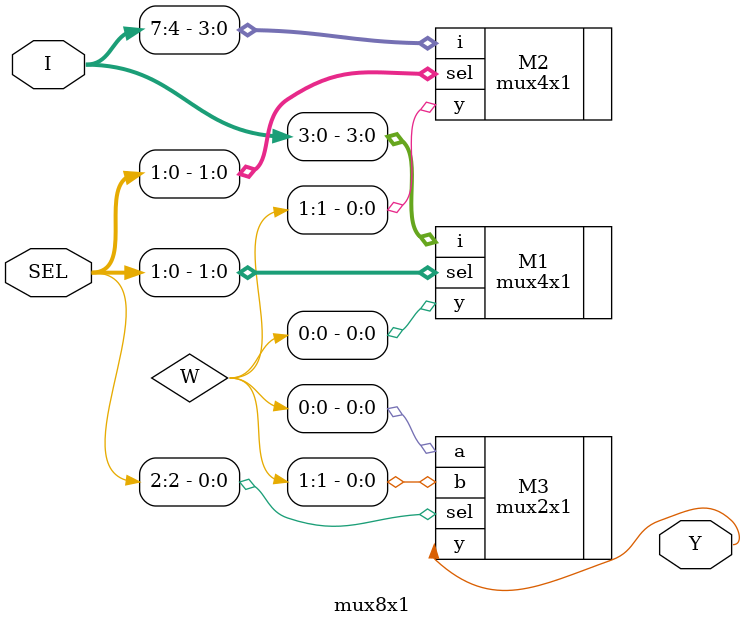
<source format=v>
`include "/share_folder/verilog/new/100_days_of_RTL/4th_day/mux4x1/mux4x1.v"


module mux8x1 (
    I,SEL,Y
);

input [7:0]I;
input [2:0]SEL;
output Y;
wire [1:0]W;


mux4x1 M1 (.i(I[3:0]),.sel(SEL[1:0]),.y(W[0]));
mux4x1 M2 (.i(I[7:4]),.sel(SEL[1:0]),.y(W[1]));


mux2x1 M3 (.a(W[0]),.b(W[1]),.sel(SEL[2]),.y(Y) );


  
endmodule
</source>
